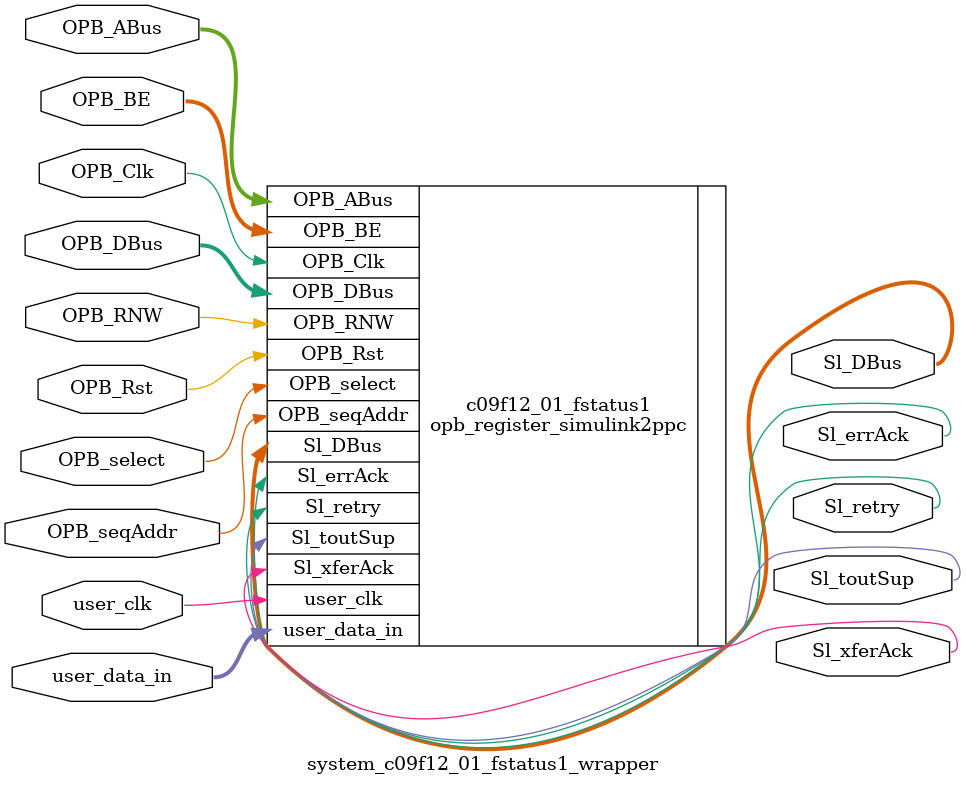
<source format=v>

module system_c09f12_01_fstatus1_wrapper
  (
    OPB_Clk,
    OPB_Rst,
    Sl_DBus,
    Sl_errAck,
    Sl_retry,
    Sl_toutSup,
    Sl_xferAck,
    OPB_ABus,
    OPB_BE,
    OPB_DBus,
    OPB_RNW,
    OPB_select,
    OPB_seqAddr,
    user_data_in,
    user_clk
  );
  input OPB_Clk;
  input OPB_Rst;
  output [0:31] Sl_DBus;
  output Sl_errAck;
  output Sl_retry;
  output Sl_toutSup;
  output Sl_xferAck;
  input [0:31] OPB_ABus;
  input [0:3] OPB_BE;
  input [0:31] OPB_DBus;
  input OPB_RNW;
  input OPB_select;
  input OPB_seqAddr;
  input [31:0] user_data_in;
  input user_clk;

  opb_register_simulink2ppc
    #(
      .C_BASEADDR ( 32'h0108C200 ),
      .C_HIGHADDR ( 32'h0108C2FF ),
      .C_OPB_AWIDTH ( 32 ),
      .C_OPB_DWIDTH ( 32 ),
      .C_FAMILY ( "virtex5" )
    )
    c09f12_01_fstatus1 (
      .OPB_Clk ( OPB_Clk ),
      .OPB_Rst ( OPB_Rst ),
      .Sl_DBus ( Sl_DBus ),
      .Sl_errAck ( Sl_errAck ),
      .Sl_retry ( Sl_retry ),
      .Sl_toutSup ( Sl_toutSup ),
      .Sl_xferAck ( Sl_xferAck ),
      .OPB_ABus ( OPB_ABus ),
      .OPB_BE ( OPB_BE ),
      .OPB_DBus ( OPB_DBus ),
      .OPB_RNW ( OPB_RNW ),
      .OPB_select ( OPB_select ),
      .OPB_seqAddr ( OPB_seqAddr ),
      .user_data_in ( user_data_in ),
      .user_clk ( user_clk )
    );

endmodule


</source>
